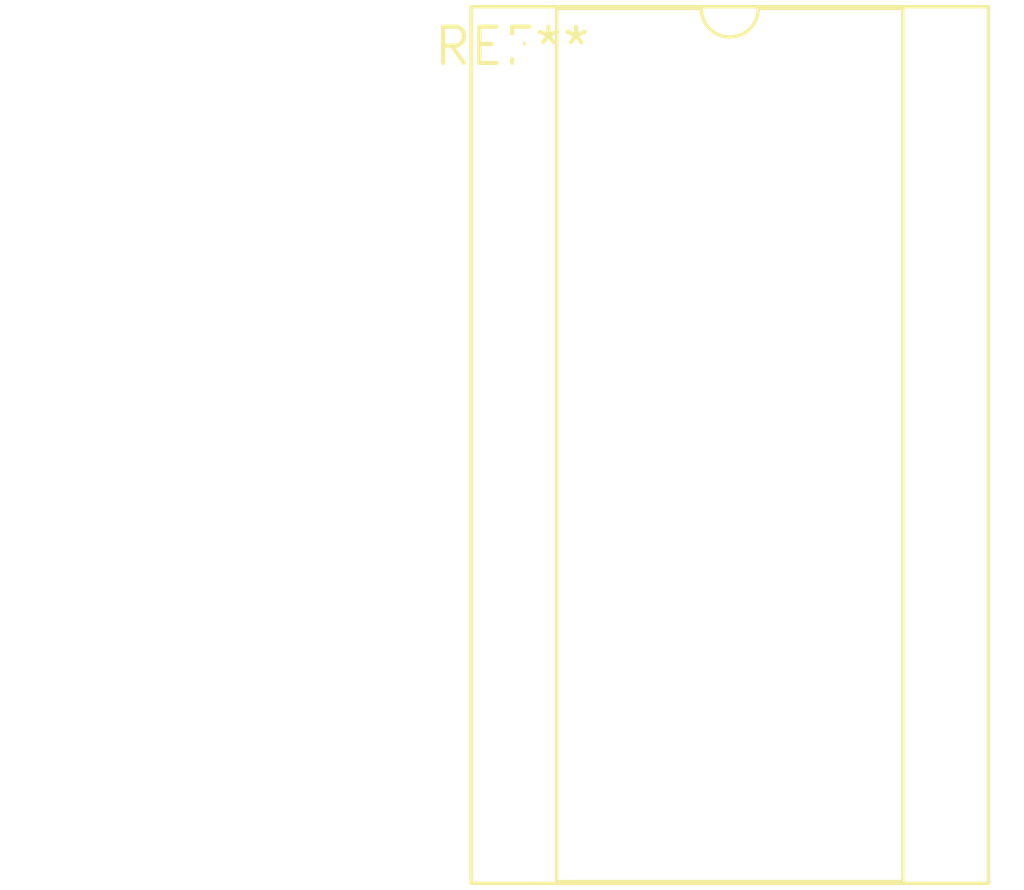
<source format=kicad_pcb>
(kicad_pcb (version 20240108) (generator pcbnew)
  (layers (0 "F.Cu" signal) (31 "B.Cu" signal) (34 "B.Paste" user) (35 "F.Paste" user) (36 "B.SilkS" user "B.Silkscreen") (37 "F.SilkS" user "F.Silkscreen") (38 "B.Mask" user) (39 "F.Mask" user) (44 "Edge.Cuts" user))
  (net 0 "")
  (footprint "DIP-24_W15.24mm_Socket_LongPads" (layer "F.Cu") (at 0 0)
    (property "Reference" "REF**")
    (property "Value" "DIP-24_W15.24mm_Socket_LongPads")
    (fp_line (start -1.44 -1.39) (end -1.44 29.33) (layer "F.SilkS") (stroke (width 0.12)))
    (fp_line (start -1.44 29.33) (end 16.68 29.33) (layer "F.SilkS") (stroke (width 0.12)))
    (fp_line (start 1.56 -1.33) (end 1.56 29.27) (layer "F.SilkS") (stroke (width 0.12)))
    (fp_line (start 1.56 29.27) (end 13.68 29.27) (layer "F.SilkS") (stroke (width 0.12)))
    (fp_line (start 6.62 -1.33) (end 1.56 -1.33) (layer "F.SilkS") (stroke (width 0.12)))
    (fp_line (start 13.68 -1.33) (end 8.62 -1.33) (layer "F.SilkS") (stroke (width 0.12)))
    (fp_line (start 13.68 29.27) (end 13.68 -1.33) (layer "F.SilkS") (stroke (width 0.12)))
    (fp_line (start 16.68 -1.39) (end -1.44 -1.39) (layer "F.SilkS") (stroke (width 0.12)))
    (fp_line (start 16.68 29.33) (end 16.68 -1.39) (layer "F.SilkS") (stroke (width 0.12)))
    (fp_arc (start 8.62 -1.33) (mid 7.62 -0.33) (end 6.62 -1.33) (layer "F.SilkS") (stroke (width 0.12)))
    (pad "1" thru_hole rect (at 0 0) (size 2.4 1.6) (drill 0.8) (layers *.Cu *.Mask) (remove_unused_layers))
    (pad "2" thru_hole oval (at 0 2.54) (size 2.4 1.6) (drill 0.8) (layers *.Cu *.Mask) (remove_unused_layers))
    (pad "3" thru_hole oval (at 0 5.08) (size 2.4 1.6) (drill 0.8) (layers *.Cu *.Mask) (remove_unused_layers))
    (pad "4" thru_hole oval (at 0 7.62) (size 2.4 1.6) (drill 0.8) (layers *.Cu *.Mask) (remove_unused_layers))
    (pad "5" thru_hole oval (at 0 10.16) (size 2.4 1.6) (drill 0.8) (layers *.Cu *.Mask) (remove_unused_layers))
    (pad "6" thru_hole oval (at 0 12.7) (size 2.4 1.6) (drill 0.8) (layers *.Cu *.Mask) (remove_unused_layers))
    (pad "7" thru_hole oval (at 0 15.24) (size 2.4 1.6) (drill 0.8) (layers *.Cu *.Mask) (remove_unused_layers))
    (pad "8" thru_hole oval (at 0 17.78) (size 2.4 1.6) (drill 0.8) (layers *.Cu *.Mask) (remove_unused_layers))
    (pad "9" thru_hole oval (at 0 20.32) (size 2.4 1.6) (drill 0.8) (layers *.Cu *.Mask) (remove_unused_layers))
    (pad "10" thru_hole oval (at 0 22.86) (size 2.4 1.6) (drill 0.8) (layers *.Cu *.Mask) (remove_unused_layers))
    (pad "11" thru_hole oval (at 0 25.4) (size 2.4 1.6) (drill 0.8) (layers *.Cu *.Mask) (remove_unused_layers))
    (pad "12" thru_hole oval (at 0 27.94) (size 2.4 1.6) (drill 0.8) (layers *.Cu *.Mask) (remove_unused_layers))
    (pad "13" thru_hole oval (at 15.24 27.94) (size 2.4 1.6) (drill 0.8) (layers *.Cu *.Mask) (remove_unused_layers))
    (pad "14" thru_hole oval (at 15.24 25.4) (size 2.4 1.6) (drill 0.8) (layers *.Cu *.Mask) (remove_unused_layers))
    (pad "15" thru_hole oval (at 15.24 22.86) (size 2.4 1.6) (drill 0.8) (layers *.Cu *.Mask) (remove_unused_layers))
    (pad "16" thru_hole oval (at 15.24 20.32) (size 2.4 1.6) (drill 0.8) (layers *.Cu *.Mask) (remove_unused_layers))
    (pad "17" thru_hole oval (at 15.24 17.78) (size 2.4 1.6) (drill 0.8) (layers *.Cu *.Mask) (remove_unused_layers))
    (pad "18" thru_hole oval (at 15.24 15.24) (size 2.4 1.6) (drill 0.8) (layers *.Cu *.Mask) (remove_unused_layers))
    (pad "19" thru_hole oval (at 15.24 12.7) (size 2.4 1.6) (drill 0.8) (layers *.Cu *.Mask) (remove_unused_layers))
    (pad "20" thru_hole oval (at 15.24 10.16) (size 2.4 1.6) (drill 0.8) (layers *.Cu *.Mask) (remove_unused_layers))
    (pad "21" thru_hole oval (at 15.24 7.62) (size 2.4 1.6) (drill 0.8) (layers *.Cu *.Mask) (remove_unused_layers))
    (pad "22" thru_hole oval (at 15.24 5.08) (size 2.4 1.6) (drill 0.8) (layers *.Cu *.Mask) (remove_unused_layers))
    (pad "23" thru_hole oval (at 15.24 2.54) (size 2.4 1.6) (drill 0.8) (layers *.Cu *.Mask) (remove_unused_layers))
    (pad "24" thru_hole oval (at 15.24 0) (size 2.4 1.6) (drill 0.8) (layers *.Cu *.Mask) (remove_unused_layers))
  )
)
</source>
